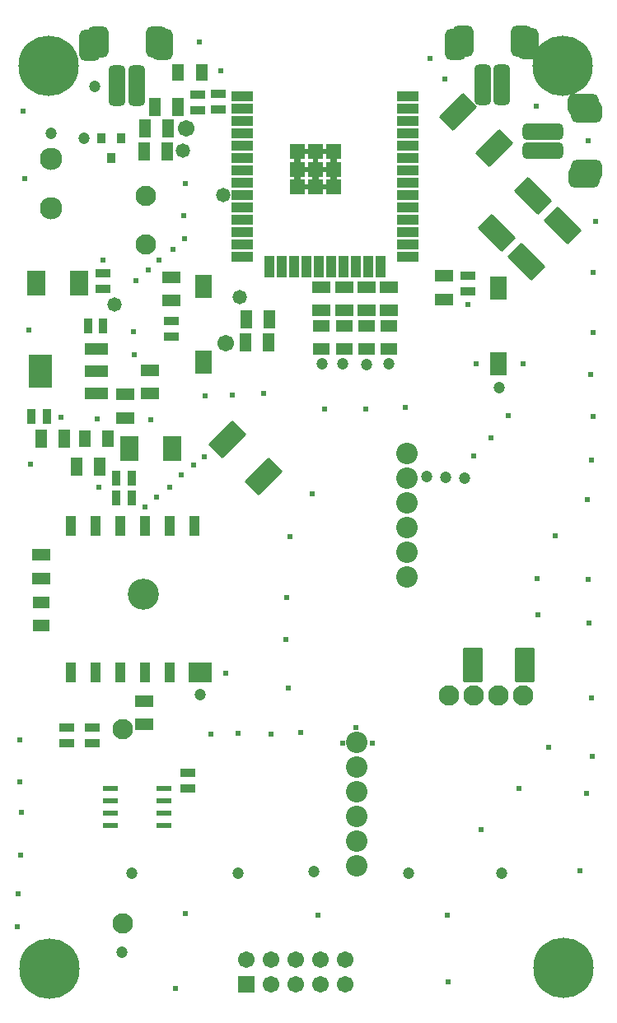
<source format=gts>
G04*
G04 #@! TF.GenerationSoftware,Altium Limited,Altium Designer,22.9.1 (49)*
G04*
G04 Layer_Color=8388736*
%FSLAX25Y25*%
%MOIN*%
G70*
G04*
G04 #@! TF.SameCoordinates,5637A8B9-9DC4-41E7-96B4-60DE8AE1DB3B*
G04*
G04*
G04 #@! TF.FilePolarity,Negative*
G04*
G01*
G75*
%ADD24R,0.07087X0.04724*%
%ADD28R,0.04724X0.07087*%
G04:AMPARAMS|DCode=40|XSize=86.74mil|YSize=126.11mil|CornerRadius=23.68mil|HoleSize=0mil|Usage=FLASHONLY|Rotation=180.000|XOffset=0mil|YOffset=0mil|HoleType=Round|Shape=RoundedRectangle|*
%AMROUNDEDRECTD40*
21,1,0.08674,0.07874,0,0,180.0*
21,1,0.03937,0.12611,0,0,180.0*
1,1,0.04737,-0.01968,0.03937*
1,1,0.04737,0.01968,0.03937*
1,1,0.04737,0.01968,-0.03937*
1,1,0.04737,-0.01968,-0.03937*
%
%ADD40ROUNDEDRECTD40*%
G04:AMPARAMS|DCode=41|XSize=67.06mil|YSize=165.48mil|CornerRadius=18.76mil|HoleSize=0mil|Usage=FLASHONLY|Rotation=0.000|XOffset=0mil|YOffset=0mil|HoleType=Round|Shape=RoundedRectangle|*
%AMROUNDEDRECTD41*
21,1,0.06706,0.12795,0,0,0.0*
21,1,0.02953,0.16548,0,0,0.0*
1,1,0.03753,0.01476,-0.06398*
1,1,0.03753,-0.01476,-0.06398*
1,1,0.03753,-0.01476,0.06398*
1,1,0.03753,0.01476,0.06398*
%
%ADD41ROUNDEDRECTD41*%
G04:AMPARAMS|DCode=42|XSize=86.74mil|YSize=126.11mil|CornerRadius=23.68mil|HoleSize=0mil|Usage=FLASHONLY|Rotation=90.000|XOffset=0mil|YOffset=0mil|HoleType=Round|Shape=RoundedRectangle|*
%AMROUNDEDRECTD42*
21,1,0.08674,0.07874,0,0,90.0*
21,1,0.03937,0.12611,0,0,90.0*
1,1,0.04737,0.03937,0.01968*
1,1,0.04737,0.03937,-0.01968*
1,1,0.04737,-0.03937,-0.01968*
1,1,0.04737,-0.03937,0.01968*
%
%ADD42ROUNDEDRECTD42*%
G04:AMPARAMS|DCode=43|XSize=67.06mil|YSize=165.48mil|CornerRadius=18.76mil|HoleSize=0mil|Usage=FLASHONLY|Rotation=270.000|XOffset=0mil|YOffset=0mil|HoleType=Round|Shape=RoundedRectangle|*
%AMROUNDEDRECTD43*
21,1,0.06706,0.12795,0,0,270.0*
21,1,0.02953,0.16548,0,0,270.0*
1,1,0.03753,-0.06398,-0.01476*
1,1,0.03753,-0.06398,0.01476*
1,1,0.03753,0.06398,0.01476*
1,1,0.03753,0.06398,-0.01476*
%
%ADD43ROUNDEDRECTD43*%
%ADD44R,0.03543X0.04331*%
G04:AMPARAMS|DCode=45|XSize=82.8mil|YSize=140.68mil|CornerRadius=6.62mil|HoleSize=0mil|Usage=FLASHONLY|Rotation=135.000|XOffset=0mil|YOffset=0mil|HoleType=Round|Shape=RoundedRectangle|*
%AMROUNDEDRECTD45*
21,1,0.08280,0.12744,0,0,135.0*
21,1,0.06957,0.14068,0,0,135.0*
1,1,0.01324,0.02046,0.06965*
1,1,0.01324,0.06965,0.02046*
1,1,0.01324,-0.02046,-0.06965*
1,1,0.01324,-0.06965,-0.02046*
%
%ADD45ROUNDEDRECTD45*%
%ADD46R,0.07099X0.09383*%
%ADD47R,0.05906X0.03543*%
%ADD48R,0.07480X0.05118*%
%ADD49R,0.08674X0.04343*%
%ADD50R,0.04343X0.08674*%
%ADD51R,0.06036X0.06036*%
%ADD52R,0.05118X0.07480*%
%ADD53R,0.04331X0.08268*%
%ADD54R,0.09252X0.08268*%
%ADD55R,0.03543X0.05906*%
%ADD56R,0.07480X0.10236*%
G04:AMPARAMS|DCode=57|XSize=82.8mil|YSize=140.68mil|CornerRadius=6.62mil|HoleSize=0mil|Usage=FLASHONLY|Rotation=0.000|XOffset=0mil|YOffset=0mil|HoleType=Round|Shape=RoundedRectangle|*
%AMROUNDEDRECTD57*
21,1,0.08280,0.12744,0,0,0.0*
21,1,0.06957,0.14068,0,0,0.0*
1,1,0.01324,0.03478,-0.06372*
1,1,0.01324,-0.03478,-0.06372*
1,1,0.01324,-0.03478,0.06372*
1,1,0.01324,0.03478,0.06372*
%
%ADD57ROUNDEDRECTD57*%
G04:AMPARAMS|DCode=58|XSize=82.8mil|YSize=140.68mil|CornerRadius=6.62mil|HoleSize=0mil|Usage=FLASHONLY|Rotation=45.000|XOffset=0mil|YOffset=0mil|HoleType=Round|Shape=RoundedRectangle|*
%AMROUNDEDRECTD58*
21,1,0.08280,0.12744,0,0,45.0*
21,1,0.06957,0.14068,0,0,45.0*
1,1,0.01324,0.06965,-0.02046*
1,1,0.01324,0.02046,-0.06965*
1,1,0.01324,-0.06965,0.02046*
1,1,0.01324,-0.02046,0.06965*
%
%ADD58ROUNDEDRECTD58*%
%ADD59R,0.06299X0.02362*%
%ADD60R,0.09265X0.13595*%
%ADD61R,0.09265X0.04540*%
%ADD62C,0.08268*%
%ADD63O,0.02769X0.01981*%
%ADD64O,0.02375X0.01981*%
%ADD65C,0.08674*%
%ADD66R,0.06706X0.06706*%
%ADD67C,0.06706*%
%ADD68C,0.09055*%
%ADD69C,0.02375*%
%ADD70C,0.04737*%
%ADD71C,0.03162*%
%ADD72C,0.12611*%
%ADD73C,0.05800*%
%ADD74C,0.24422*%
D24*
X133500Y274224D02*
D03*
Y264776D02*
D03*
X142500Y274224D02*
D03*
Y264776D02*
D03*
X151614Y274291D02*
D03*
Y264843D02*
D03*
X124409Y274224D02*
D03*
Y264776D02*
D03*
X10905Y162284D02*
D03*
Y152835D02*
D03*
D28*
X28622Y228701D02*
D03*
X38071D02*
D03*
X66417Y376890D02*
D03*
X75866D02*
D03*
D40*
X205315Y389724D02*
D03*
X181653Y389646D02*
D03*
X178543Y388386D02*
D03*
X207874Y388661D02*
D03*
X57520Y389370D02*
D03*
X33858Y389291D02*
D03*
X30748Y388032D02*
D03*
X60079Y388307D02*
D03*
D41*
X197323Y372087D02*
D03*
X189488Y371969D02*
D03*
X49528Y371732D02*
D03*
X41693Y371614D02*
D03*
D42*
X231614Y337244D02*
D03*
X231535Y360906D02*
D03*
X230276Y364016D02*
D03*
X230551Y334685D02*
D03*
D43*
X213976Y345236D02*
D03*
X213858Y353071D02*
D03*
D44*
X39370Y342323D02*
D03*
X35433Y350197D02*
D03*
X43307D02*
D03*
D45*
X194331Y346142D02*
D03*
X179520Y360952D02*
D03*
X100945Y213386D02*
D03*
X86135Y228196D02*
D03*
D46*
X196024Y289646D02*
D03*
Y258937D02*
D03*
X76500Y259646D02*
D03*
Y290354D02*
D03*
D47*
X183500Y294650D02*
D03*
Y288350D02*
D03*
X36102Y295590D02*
D03*
Y289291D02*
D03*
X74173Y368032D02*
D03*
Y361732D02*
D03*
X82480Y368150D02*
D03*
Y361850D02*
D03*
X21299Y105157D02*
D03*
Y111457D02*
D03*
X31496D02*
D03*
Y105157D02*
D03*
X63500Y269850D02*
D03*
Y276150D02*
D03*
X70236Y93268D02*
D03*
Y86968D02*
D03*
D48*
X174000Y285051D02*
D03*
Y294500D02*
D03*
X151693Y289882D02*
D03*
Y280433D02*
D03*
X142480Y289949D02*
D03*
Y280500D02*
D03*
X133500Y289949D02*
D03*
Y280500D02*
D03*
X124409Y289961D02*
D03*
Y280512D02*
D03*
X10905Y172059D02*
D03*
Y181508D02*
D03*
X63500Y294000D02*
D03*
Y284551D02*
D03*
X45000Y237051D02*
D03*
Y246500D02*
D03*
X52756Y112874D02*
D03*
Y122323D02*
D03*
X55000Y246776D02*
D03*
Y256224D02*
D03*
D49*
X92360Y367252D02*
D03*
Y362252D02*
D03*
Y357252D02*
D03*
Y352252D02*
D03*
Y347252D02*
D03*
Y342252D02*
D03*
Y337252D02*
D03*
Y332252D02*
D03*
Y327252D02*
D03*
Y322252D02*
D03*
Y317252D02*
D03*
Y312252D02*
D03*
Y307252D02*
D03*
Y302252D02*
D03*
X159289D02*
D03*
Y307252D02*
D03*
Y312252D02*
D03*
Y317252D02*
D03*
Y322252D02*
D03*
Y327252D02*
D03*
Y332252D02*
D03*
Y337252D02*
D03*
Y342252D02*
D03*
Y347252D02*
D03*
Y352252D02*
D03*
Y357252D02*
D03*
Y362252D02*
D03*
Y367252D02*
D03*
D50*
X103325Y298315D02*
D03*
X108325D02*
D03*
X113325D02*
D03*
X118325D02*
D03*
X123325D02*
D03*
X128325D02*
D03*
X133325D02*
D03*
X138325D02*
D03*
X143325D02*
D03*
X148325D02*
D03*
D51*
X114663Y344949D02*
D03*
X121888D02*
D03*
X129112D02*
D03*
X114663Y337724D02*
D03*
X121888D02*
D03*
X129112D02*
D03*
X114663Y330500D02*
D03*
X121888D02*
D03*
X129112D02*
D03*
D52*
X52874Y354213D02*
D03*
X62323D02*
D03*
X61929Y344803D02*
D03*
X52480D02*
D03*
X66299Y362815D02*
D03*
X56850D02*
D03*
X10945Y228583D02*
D03*
X20394D02*
D03*
X25118Y217205D02*
D03*
X34567D02*
D03*
X103307Y276811D02*
D03*
X93858D02*
D03*
X93661Y267480D02*
D03*
X103110D02*
D03*
D53*
X72913Y193268D02*
D03*
X62913Y134016D02*
D03*
X52913D02*
D03*
X42913D02*
D03*
X32913D02*
D03*
X22913D02*
D03*
Y193268D02*
D03*
X32913D02*
D03*
X42913D02*
D03*
X52913D02*
D03*
X62913D02*
D03*
D54*
X75354Y134016D02*
D03*
D55*
X13150Y237756D02*
D03*
X6850D02*
D03*
X47480Y204528D02*
D03*
X41181D02*
D03*
Y212480D02*
D03*
X47480D02*
D03*
X36102Y274173D02*
D03*
X29803D02*
D03*
D56*
X63898Y224528D02*
D03*
X46575D02*
D03*
X8839Y291500D02*
D03*
X26161D02*
D03*
D57*
X206457Y137087D02*
D03*
X185512D02*
D03*
D58*
X221969Y315079D02*
D03*
X207158Y300269D02*
D03*
X209921Y326811D02*
D03*
X195111Y312001D02*
D03*
D59*
X38976Y87067D02*
D03*
Y82067D02*
D03*
Y77067D02*
D03*
Y72067D02*
D03*
X60630D02*
D03*
Y77067D02*
D03*
Y82067D02*
D03*
Y87067D02*
D03*
D60*
X10583Y256000D02*
D03*
D61*
X33417Y265055D02*
D03*
Y256000D02*
D03*
Y246945D02*
D03*
D62*
X44094Y32126D02*
D03*
Y110866D02*
D03*
X53425Y307323D02*
D03*
Y327008D02*
D03*
X175787Y124528D02*
D03*
X185787D02*
D03*
X195787D02*
D03*
X205787D02*
D03*
D63*
X118276Y344949D02*
D03*
X125500D02*
D03*
X114663Y341337D02*
D03*
X129112D02*
D03*
X118276Y337724D02*
D03*
X125500D02*
D03*
X114663Y334112D02*
D03*
X121888D02*
D03*
X129112D02*
D03*
X118276Y330500D02*
D03*
X125500D02*
D03*
D64*
X121888Y341337D02*
D03*
D65*
X159095Y182717D02*
D03*
Y202716D02*
D03*
Y212717D02*
D03*
Y222716D02*
D03*
Y172716D02*
D03*
Y192717D02*
D03*
X138500Y55500D02*
D03*
Y65500D02*
D03*
Y75500D02*
D03*
Y85500D02*
D03*
Y95500D02*
D03*
Y105500D02*
D03*
D66*
X94055Y7598D02*
D03*
D67*
Y17598D02*
D03*
X104055Y7598D02*
D03*
Y17598D02*
D03*
X114055Y7598D02*
D03*
Y17598D02*
D03*
X124055Y7598D02*
D03*
Y17598D02*
D03*
X134055Y7598D02*
D03*
Y17598D02*
D03*
X85630Y267165D02*
D03*
X69646Y354370D02*
D03*
D68*
X15000Y322000D02*
D03*
Y342000D02*
D03*
D69*
X34291Y208898D02*
D03*
X120472Y206181D02*
D03*
X111496Y188937D02*
D03*
X110433Y164331D02*
D03*
X110079Y147283D02*
D03*
X110787Y127598D02*
D03*
X116063Y109646D02*
D03*
X103779Y108937D02*
D03*
X90748Y109291D02*
D03*
X79488Y108780D02*
D03*
X76823Y221406D02*
D03*
X168150Y382638D02*
D03*
X74882Y389134D02*
D03*
X174134Y374252D02*
D03*
X183661Y282874D02*
D03*
X218858Y189409D02*
D03*
X211575Y171850D02*
D03*
X211850Y157283D02*
D03*
X199803Y237874D02*
D03*
X192913Y228976D02*
D03*
X185866Y221614D02*
D03*
X88228Y246260D02*
D03*
X77402Y245984D02*
D03*
X100855Y246909D02*
D03*
X142441Y240433D02*
D03*
X158228Y241142D02*
D03*
X125709Y240709D02*
D03*
X54134Y296969D02*
D03*
X64213Y305157D02*
D03*
X35945Y300787D02*
D03*
X85630Y133701D02*
D03*
X2244Y106457D02*
D03*
Y89606D02*
D03*
X2795Y77244D02*
D03*
X2520Y59842D02*
D03*
X1693Y44134D02*
D03*
X1417Y30945D02*
D03*
X235354Y316535D02*
D03*
X234173Y295905D02*
D03*
Y271457D02*
D03*
X233189Y254606D02*
D03*
X234173Y237559D02*
D03*
X233465Y219764D02*
D03*
X145000Y105276D02*
D03*
X138347Y111575D02*
D03*
X132953Y105197D02*
D03*
X69134Y331811D02*
D03*
X68740Y319016D02*
D03*
X68858Y309724D02*
D03*
X58583Y300866D02*
D03*
X49331Y292559D02*
D03*
X48189Y271890D02*
D03*
X48622Y262480D02*
D03*
X55343Y236350D02*
D03*
X33728Y236705D02*
D03*
X19016Y237362D02*
D03*
X205945Y258819D02*
D03*
X187008Y259016D02*
D03*
X83701Y377559D02*
D03*
X122953Y35669D02*
D03*
X65394Y5906D02*
D03*
X69252Y36299D02*
D03*
X175591Y8701D02*
D03*
X175157Y35669D02*
D03*
X229095Y53622D02*
D03*
X231457Y84882D02*
D03*
X189055Y70315D02*
D03*
X204252Y87008D02*
D03*
X216260Y103504D02*
D03*
X233780Y100079D02*
D03*
X233583Y123583D02*
D03*
X232716Y153976D02*
D03*
X232283Y171732D02*
D03*
X232087Y203858D02*
D03*
X211339Y363347D02*
D03*
X232323Y349410D02*
D03*
X3583Y361181D02*
D03*
X4134Y334016D02*
D03*
X5866Y272480D02*
D03*
X6654Y218110D02*
D03*
X67547Y214050D02*
D03*
X72492Y217941D02*
D03*
X62862Y209067D02*
D03*
X57638Y204921D02*
D03*
X52992Y200905D02*
D03*
D70*
X142520Y258701D02*
D03*
X90669Y52716D02*
D03*
X47717D02*
D03*
X43504Y20433D02*
D03*
X121299Y53228D02*
D03*
X159724Y52480D02*
D03*
X197165Y52716D02*
D03*
X75315Y124803D02*
D03*
X124646Y258819D02*
D03*
X133041Y258977D02*
D03*
X151535Y258898D02*
D03*
X167008Y213189D02*
D03*
X174764Y212992D02*
D03*
X182205Y212677D02*
D03*
X196181Y249252D02*
D03*
X28268Y350354D02*
D03*
X32638Y371299D02*
D03*
X14921Y352323D02*
D03*
D71*
X222130Y5051D02*
D03*
Y23122D02*
D03*
X231106Y14028D02*
D03*
X213350D02*
D03*
X14110Y4850D02*
D03*
Y22921D02*
D03*
X23087Y13827D02*
D03*
X5331D02*
D03*
X13909Y370350D02*
D03*
Y388421D02*
D03*
X22886Y379327D02*
D03*
X5130D02*
D03*
X213150Y379528D02*
D03*
X230906D02*
D03*
X221929Y388622D02*
D03*
Y370551D02*
D03*
D72*
X52362Y165748D02*
D03*
D73*
X84646Y327205D02*
D03*
X91260Y285984D02*
D03*
X40748Y282874D02*
D03*
X68189Y345354D02*
D03*
D74*
X14201Y14000D02*
D03*
X222220Y14201D02*
D03*
X222020Y379701D02*
D03*
X14000Y379500D02*
D03*
M02*

</source>
